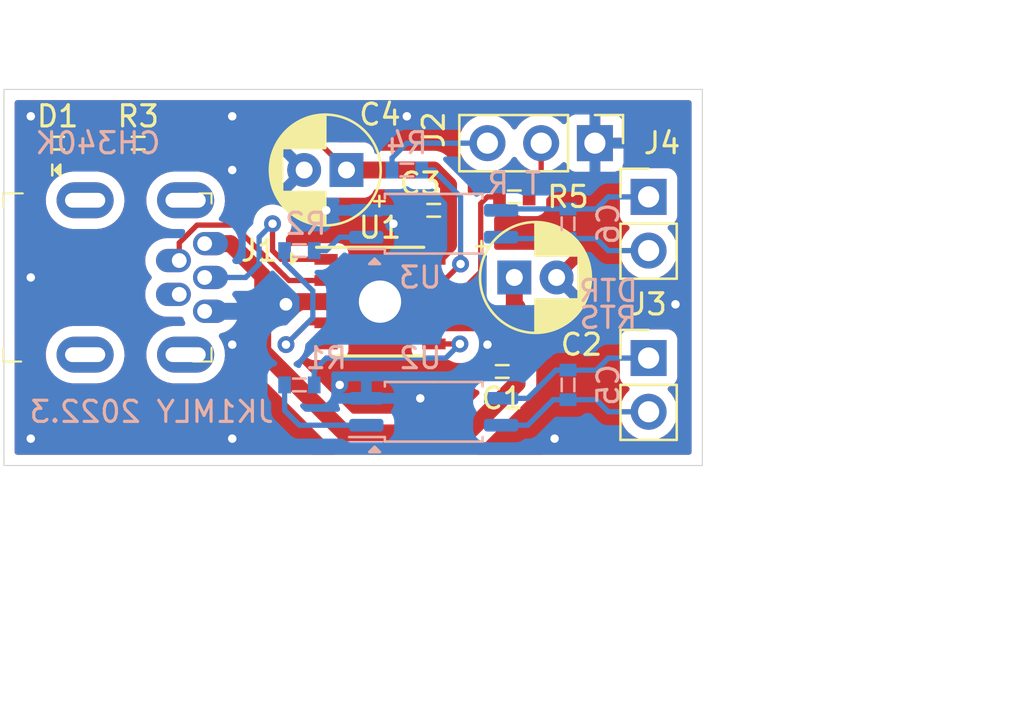
<source format=kicad_pcb>
(kicad_pcb (version 20211014) (generator pcbnew)
  (layers (0 "F.Cu" signal) (31 "B.Cu" signal) (34 "B.Paste" user) (35 "F.Paste" user) (36 "B.SilkS" user "B.Silkscreen") (37 "F.SilkS" user "F.Silkscreen") (38 "B.Mask" user) (39 "F.Mask" user) (44 "Edge.Cuts" user))
  (net 0 "")
  (net 1 "GND")
  (net 2 "Net-(D1-Pad2)")
  (net 4 "Net-(J1-Pad2)")
  (net 5 "Net-(J1-Pad3)")
  (net 6 "Net-(U1-Pad4)")
  (net 8 "Net-(J1-Pad1)")
  (net 9 "Net-(C3-Pad1)")
  (net 10 "Net-(C5-Pad1)")
  (net 11 "Net-(C5-Pad2)")
  (net 12 "Net-(C6-Pad1)")
  (net 13 "Net-(C6-Pad2)")
  (net 14 "Net-(U1-Pad6)")
  (net 15 "Net-(R1-Pad2)")
  (net 16 "Net-(R2-Pad2)")
  (net 17 "Net-(U1-Pad9)")
  (net 18 "Net-(U1-Pad8)")
  (net 19 "Net-(R5-Pad2)")
  (net 20 "Net-(R4-Pad2)")
  (footprint "UserLib:0603" (layer "F.Cu") (at 116.84 68.58)
    (fp_text reference "D1" (at 0 -1.27) (layer "F.SilkS"))
    (fp_text value "LED")
    (fp_line (start -0.3 0.3) (end 0.3 0.3) (layer "F.SilkS") (width 0.12))
    (fp_line (start -0.3 -0.3) (end 0.3 -0.3) (layer "F.SilkS") (width 0.12))
    (pad "1" smd rect (at -0.7 0) (size 0.6 0.8) (layers "F.Cu" "F.Paste" "F.Mask") (net 1 "GND"))
    (pad "2" smd rect (at 0.7 0) (size 0.6 0.8) (layers "F.Cu" "F.Paste" "F.Mask") (net 2 "Net-(D1-Pad2)"))
  )
  (footprint "digikey-footprints:USB_Mini_B_Female_aki" (layer "F.Cu") (at 123.19 74.93)
    (fp_text reference "J1" (at 3.175 -1.27) (layer "F.SilkS"))
    (fp_text value "USB_B_Mini")
    (fp_line (start 0.35 -3.975) (end 0.925 -3.975) (layer "F.SilkS") (width 0.1))
    (fp_line (start -8.075 3.975) (end -8.925 3.975) (layer "F.SilkS") (width 0.1))
    (fp_line (start 0.925 3.975) (end 0.9 3.975) (layer "F.SilkS") (width 0.1))
    (fp_line (start 0.05 3.975) (end 0.9 3.975) (layer "F.SilkS") (width 0.1))
    (fp_line (start 0.925 3.325) (end 0.925 3.975) (layer "F.SilkS") (width 0.1))
    (fp_line (start -8.925 -3.975) (end -8.925 -3.35) (layer "F.SilkS") (width 0.1))
    (fp_line (start -8 -3.975) (end -8.925 -3.975) (layer "F.SilkS") (width 0.1))
    (fp_line (start 0.925 -3.975) (end 0.925 -3.5) (layer "F.SilkS") (width 0.1))
    (fp_line (start -8.925 3.975) (end -8.925 3.35) (layer "F.SilkS") (width 0.1))
    (pad "1" thru_hole oval locked (at 0.6 -1.6) (size 1.65 1.1) (drill 0.7 (offset 0.275 0)) (layers *.Cu *.Mask) (net 8 "Net-(J1-Pad1)"))
    (pad "2" thru_hole oval locked (at -0.6 -0.8) (size 1.65 1.1) (drill 0.7 (offset -0.275 0)) (layers *.Cu *.Mask) (net 4 "Net-(J1-Pad2)"))
    (pad "3" thru_hole oval locked (at 0.6 0) (size 1.65 1.1) (drill 0.7 (offset 0.275 0)) (layers *.Cu *.Mask) (net 5 "Net-(J1-Pad3)"))
    (pad "4" thru_hole oval locked (at -0.6 0.8) (size 1.65 1.1) (drill 0.7 (offset -0.275 0)) (layers *.Cu *.Mask))
    (pad "5" thru_hole oval locked (at 0.6 1.6) (size 1.65 1.1) (drill 0.7 (offset 0.275 0)) (layers *.Cu *.Mask) (net 1 "GND"))
    (pad "SH" thru_hole oval locked (at -5.05 3.65) (size 2.7 1.7) (drill oval 1.9 0.7) (layers *.Cu *.Mask))
    (pad "SH" thru_hole oval locked (at -5.05 -3.65) (size 2.7 1.7) (drill oval 1.9 0.7) (layers *.Cu *.Mask))
    (pad "SH" thru_hole oval locked (at -0.3 3.65) (size 2.7 1.7) (drill oval 1.9 0.7) (layers *.Cu *.Mask))
    (pad "SH" thru_hole oval locked (at -0.3 -3.65) (size 2.7 1.7) (drill oval 1.9 0.7) (layers *.Cu *.Mask))
  )
  (footprint "UserLib:0603" (layer "F.Cu") (at 120.65 68.58 180)
    (fp_text reference "R3" (at 0 1.27 180) (layer "F.SilkS"))
    (fp_text value "1k")
    (fp_line (start -0.3 -0.3) (end 0.3 -0.3) (layer "F.SilkS") (width 0.12))
    (fp_line (start -0.3 0.3) (end 0.3 0.3) (layer "F.SilkS") (width 0.12))
    (pad "1" smd rect (at -0.7 0 180) (size 0.6 0.8) (layers "F.Cu" "F.Paste" "F.Mask") (net 9 "Net-(C3-Pad1)"))
    (pad "2" smd rect (at 0.7 0 180) (size 0.6 0.8) (layers "F.Cu" "F.Paste" "F.Mask") (net 2 "Net-(D1-Pad2)"))
  )
  (footprint "Package_SO:SSOP-10_3.9x4.9mm_P1.00mm" (layer "F.Cu") (at 132.08 76.073)
    (fp_text reference "U1" (at 0 -3.5) (layer "F.SilkS"))
    (fp_text value "CH340K")
    (fp_line (start -2.07 2.57) (end 2.07 2.57) (layer "F.SilkS") (width 0.15))
    (fp_line (start -3 -2.57) (end 2.07 -2.57) (layer "F.SilkS") (width 0.15))
    (pad "1" smd rect locked (at -2.55 -2) (size 1.1 0.51) (layers "F.Cu" "F.Paste" "F.Mask") (net 5 "Net-(J1-Pad3)"))
    (pad "2" smd rect locked (at -2.55 -1) (size 1.1 0.51) (layers "F.Cu" "F.Paste" "F.Mask") (net 4 "Net-(J1-Pad2)"))
    (pad "3" smd rect locked (at -2.55 0) (size 1.1 0.51) (layers "F.Cu" "F.Paste" "F.Mask") (net 1 "GND"))
    (pad "4" smd rect locked (at -2.55 1) (size 1.1 0.51) (layers "F.Cu" "F.Paste" "F.Mask") (net 6 "Net-(U1-Pad4)"))
    (pad "5" smd rect locked (at -2.55 2) (size 1.1 0.51) (layers "F.Cu" "F.Paste" "F.Mask"))
    (pad "6" smd rect locked (at 2.55 2) (size 1.1 0.51) (layers "F.Cu" "F.Paste" "F.Mask") (net 14 "Net-(U1-Pad6)"))
    (pad "7" smd rect locked (at 2.55 1) (size 1.1 0.51) (layers "F.Cu" "F.Paste" "F.Mask") (net 8 "Net-(J1-Pad1)"))
    (pad "8" smd rect locked (at 2.55 0) (size 1.1 0.51) (layers "F.Cu" "F.Paste" "F.Mask") (net 18 "Net-(U1-Pad8)"))
    (pad "9" smd rect locked (at 2.55 -1) (size 1.1 0.51) (layers "F.Cu" "F.Paste" "F.Mask") (net 17 "Net-(U1-Pad9)"))
    (pad "10" smd rect locked (at 2.55 -2) (size 1.1 0.51) (layers "F.Cu" "F.Paste" "F.Mask") (net 9 "Net-(C3-Pad1)"))
  )
  (footprint "UserLib:0603" (layer "F.Cu") (at 137.86 79.375 180)
    (property "Reference" "C1")
    (property "Value" "0.1u")
    (fp_text reference "C1" (at 0 -1.27) (layer "F.SilkS"))
    (fp_text value "0.1u")
    (fp_line (start -0.3 -0.3) (end 0.3 -0.3) (layer "F.SilkS") (width 0.12))
    (fp_line (start -0.3 0.3) (end 0.3 0.3) (layer "F.SilkS") (width 0.12))
    (pad "1" smd rect (at -0.7 0 180) (size 0.6 0.8) (layers "F.Cu" "F.Paste" "F.Mask") (net 8 "Net-(J1-Pad1)"))
    (pad "2" smd rect (at 0.7 0 180) (size 0.6 0.8) (layers "F.Cu" "F.Paste" "F.Mask") (net 1 "GND"))
  )
  (footprint "Capacitor_THT:CP_Radial_D5.0mm_P2.00mm" (layer "F.Cu") (at 138.43 74.93)
    (property "Reference" "C2")
    (property "Value" "10u")
    (fp_text reference "C2" (at 3.175 3.175) (layer "F.SilkS"))
    (fp_text value "10u")
    (fp_line (start 2.081 1.04) (end 2.081 2.348) (layer "F.SilkS") (width 0.12))
    (fp_line (start 2.481 1.04) (end 2.481 2.122) (layer "F.SilkS") (width 0.12))
    (fp_line (start 1.881 1.04) (end 1.881 2.428) (layer "F.SilkS") (width 0.12))
    (fp_line (start 1.761 1.04) (end 1.761 2.468) (layer "F.SilkS") (width 0.12))
    (fp_line (start 2.321 1.04) (end 2.321 2.224) (layer "F.SilkS") (width 0.12))
    (fp_line (start 2.161 1.04) (end 2.161 2.31) (layer "F.SilkS") (width 0.12))
    (fp_line (start 2.721 -1.937) (end 2.721 -1.04) (layer "F.SilkS") (width 0.12))
    (fp_line (start 1.48 -2.536) (end 1.48 -1.04) (layer "F.SilkS") (width 0.12))
    (fp_line (start 2.681 -1.971) (end 2.681 -1.04) (layer "F.SilkS") (width 0.12))
    (fp_line (start 2.521 -2.095) (end 2.521 -1.04) (layer "F.SilkS") (width 0.12))
    (fp_line (start 1.921 1.04) (end 1.921 2.414) (layer "F.SilkS") (width 0.12))
    (fp_line (start 1.44 -2.543) (end 1.44 -1.04) (layer "F.SilkS") (width 0.12))
    (fp_line (start 1 1.04) (end 1 2.58) (layer "F.SilkS") (width 0.12))
    (fp_line (start 1.961 1.04) (end 1.961 2.398) (layer "F.SilkS") (width 0.12))
    (fp_line (start 1.801 -2.455) (end 1.801 -1.04) (layer "F.SilkS") (width 0.12))
    (fp_line (start 2.281 -2.247) (end 2.281 -1.04) (layer "F.SilkS") (width 0.12))
    (fp_line (start 2.441 -2.149) (end 2.441 -1.04) (layer "F.SilkS") (width 0.12))
    (fp_line (start 2.361 1.04) (end 2.361 2.2) (layer "F.SilkS") (width 0.12))
    (fp_line (start 2.561 1.04) (end 2.561 2.065) (layer "F.SilkS") (width 0.12))
    (fp_line (start 2.001 -2.382) (end 2.001 -1.04) (layer "F.SilkS") (width 0.12))
    (fp_line (start 2.881 1.04) (end 2.881 1.785) (layer "F.SilkS") (width 0.12))
    (fp_line (start 1.36 -2.556) (end 1.36 -1.04) (layer "F.SilkS") (width 0.12))
    (fp_line (start 2.281 1.04) (end 2.281 2.247) (layer "F.SilkS") (width 0.12))
    (fp_line (start 2.241 -2.268) (end 2.241 -1.04) (layer "F.SilkS") (width 0.12))
    (fp_line (start 1.36 1.04) (end 1.36 2.556) (layer "F.SilkS") (width 0.12))
    (fp_line (start 1.721 1.04) (end 1.721 2.48) (layer "F.SilkS") (width 0.12))
    (fp_line (start 1.2 1.04) (end 1.2 2.573) (layer "F.SilkS") (width 0.12))
    (fp_line (start 2.641 -2.004) (end 2.641 -1.04) (layer "F.SilkS") (width 0.12))
    (fp_line (start 2.161 -2.31) (end 2.161 -1.04) (layer "F.SilkS") (width 0.12))
    (fp_line (start 3.241 -1.319) (end 3.241 1.319) (layer "F.SilkS") (width 0.12))
    (fp_line (start 1.4 -2.55) (end 1.4 -1.04) (layer "F.SilkS") (width 0.12))
    (fp_line (start 1 -2.58) (end 1 -1.04) (layer "F.SilkS") (width 0.12))
    (fp_line (start 3.041 -1.605) (end 3.041 1.605) (layer "F.SilkS") (width 0.12))
    (fp_line (start 2.441 1.04) (end 2.441 2.149) (layer "F.SilkS") (width 0.12))
    (fp_line (start -1.804775 -1.475) (end -1.304775 -1.475) (layer "F.SilkS") (width 0.12))
    (fp_line (start 3.081 -1.554) (end 3.081 1.554) (layer "F.SilkS") (width 0.12))
    (fp_line (start 1.16 -2.576) (end 1.16 -1.04) (layer "F.SilkS") (width 0.12))
    (fp_line (start 2.201 -2.29) (end 2.201 -1.04) (layer "F.SilkS") (width 0.12))
    (fp_line (start 3.001 1.04) (end 3.001 1.653) (layer "F.SilkS") (width 0.12))
    (fp_line (start 2.761 -1.901) (end 2.761 -1.04) (layer "F.SilkS") (width 0.12))
    (fp_line (start 2.481 -2.122) (end 2.481 -1.04) (layer "F.SilkS") (width 0.12))
    (fp_line (start 1.961 -2.398) (end 1.961 -1.04) (layer "F.SilkS") (width 0.12))
    (fp_line (start 1.6 1.04) (end 1.6 2.511) (layer "F.SilkS") (width 0.12))
    (fp_line (start 1.48 1.04) (end 1.48 2.536) (layer "F.SilkS") (width 0.12))
    (fp_line (start 1.6 -2.511) (end 1.6 -1.04) (layer "F.SilkS") (width 0.12))
    (fp_line (start 2.041 -2.365) (end 2.041 -1.04) (layer "F.SilkS") (width 0.12))
    (fp_line (start 2.001 1.04) (end 2.001 2.382) (layer "F.SilkS") (width 0.12))
    (fp_line (start 1.68 1.04) (end 1.68 2.491) (layer "F.SilkS") (width 0.12))
    (fp_line (start 3.361 -1.098) (end 3.361 1.098) (layer "F.SilkS") (width 0.12))
    (fp_line (start -1.554775 -1.725) (end -1.554775 -1.225) (layer "F.SilkS") (width 0.12))
    (fp_line (start 1.24 -2.569) (end 1.24 -1.04) (layer "F.SilkS") (width 0.12))
    (fp_line (start 3.401 -1.011) (end 3.401 1.011) (layer "F.SilkS") (width 0.12))
    (fp_line (start 1.801 1.04) (end 1.801 2.455) (layer "F.SilkS") (width 0.12))
    (fp_line (start 1.44 1.04) (end 1.44 2.543) (layer "F.SilkS") (width 0.12))
    (fp_line (start 3.121 -1.5) (end 3.121 1.5) (layer "F.SilkS") (width 0.12))
    (fp_line (start 1.841 1.04) (end 1.841 2.442) (layer "F.SilkS") (width 0.12))
    (fp_line (start 1.721 -2.48) (end 1.721 -1.04) (layer "F.SilkS") (width 0.12))
    (fp_line (start 2.241 1.04) (end 2.241 2.268) (layer "F.SilkS") (width 0.12))
    (fp_line (start 1.64 -2.501) (end 1.64 -1.04) (layer "F.SilkS") (width 0.12))
    (fp_line (start 3.601 -0.284) (end 3.601 0.284) (layer "F.SilkS") (width 0.12))
    (fp_line (start 2.921 1.04) (end 2.921 1.743) (layer "F.SilkS") (width 0.12))
    (fp_line (start 3.161 -1.443) (end 3.161 1.443) (layer "F.SilkS") (width 0.12))
    (fp_line (start 2.721 1.04) (end 2.721 1.937) (layer "F.SilkS") (width 0.12))
    (fp_line (start 1.2 -2.573) (end 1.2 -1.04) (layer "F.SilkS") (width 0.12))
    (fp_line (start 2.841 -1.826) (end 2.841 -1.04) (layer "F.SilkS") (width 0.12))
    (fp_line (start 3.321 -1.178) (end 3.321 1.178) (layer "F.SilkS") (width 0.12))
    (fp_line (start 3.521 -0.677) (end 3.521 0.677) (layer "F.SilkS") (width 0.12))
    (fp_line (start 1.64 1.04) (end 1.64 2.501) (layer "F.SilkS") (width 0.12))
    (fp_line (start 1.921 -2.414) (end 1.921 -1.04) (layer "F.SilkS") (width 0.12))
    (fp_line (start 1.28 -2.565) (end 1.28 -1.04) (layer "F.SilkS") (width 0.12))
    (fp_line (start 1.4 1.04) (end 1.4 2.55) (layer "F.SilkS") (width 0.12))
    (fp_line (start 2.081 -2.348) (end 2.081 -1.04) (layer "F.SilkS") (width 0.12))
    (fp_line (start 2.401 -2.175) (end 2.401 -1.04) (layer "F.SilkS") (width 0.12))
    (fp_line (start 1.04 -2.58) (end 1.04 -1.04) (layer "F.SilkS") (width 0.12))
    (fp_line (start 3.481 -0.805) (end 3.481 0.805) (layer "F.SilkS") (width 0.12))
    (fp_line (start 1.08 1.04) (end 1.08 2.579) (layer "F.SilkS") (width 0.12))
    (fp_line (start 1.16 1.04) (end 1.16 2.576) (layer "F.SilkS") (width 0.12))
    (fp_line (start 2.921 -1.743) (end 2.921 -1.04) (layer "F.SilkS") (width 0.12))
    (fp_line (start 1.32 1.04) (end 1.32 2.561) (layer "F.SilkS") (width 0.12))
    (fp_line (start 1.881 -2.428) (end 1.881 -1.04) (layer "F.SilkS") (width 0.12))
    (fp_line (start 1.12 1.04) (end 1.12 2.578) (layer "F.SilkS") (width 0.12))
    (fp_line (start 2.761 1.04) (end 2.761 1.901) (layer "F.SilkS") (width 0.12))
    (fp_line (start 1.56 1.04) (end 1.56 2.52) (layer "F.SilkS") (width 0.12))
    (fp_line (start 2.641 1.04) (end 2.641 2.004) (layer "F.SilkS") (width 0.12))
    (fp_line (start 2.961 1.04) (end 2.961 1.699) (layer "F.SilkS") (width 0.12))
    (fp_line (start 2.881 -1.785) (end 2.881 -1.04) (layer "F.SilkS") (width 0.12))
    (fp_line (start 2.121 1.04) (end 2.121 2.329) (layer "F.SilkS") (width 0.12))
    (fp_line (start 2.961 -1.699) (end 2.961 -1.04) (layer "F.SilkS") (width 0.12))
    (fp_line (start 2.401 1.04) (end 2.401 2.175) (layer "F.SilkS") (width 0.12))
    (fp_line (start 1.04 1.04) (end 1.04 2.58) (layer "F.SilkS") (width 0.12))
    (fp_line (start 2.601 -2.035) (end 2.601 -1.04) (layer "F.SilkS") (width 0.12))
    (fp_line (start 2.561 -2.065) (end 2.561 -1.04) (layer "F.SilkS") (width 0.12))
    (fp_line (start 1.08 -2.579) (end 1.08 -1.04) (layer "F.SilkS") (width 0.12))
    (fp_line (start 2.521 1.04) (end 2.521 2.095) (layer "F.SilkS") (width 0.12))
    (fp_line (start 1.52 1.04) (end 1.52 2.528) (layer "F.SilkS") (width 0.12))
    (fp_line (start 1.52 -2.528) (end 1.52 -1.04) (layer "F.SilkS") (width 0.12))
    (fp_line (start 2.601 1.04) (end 2.601 2.035) (layer "F.SilkS") (width 0.12))
    (fp_line (start 1.12 -2.578) (end 1.12 -1.04) (layer "F.SilkS") (width 0.12))
    (fp_line (start 1.24 1.04) (end 1.24 2.569) (layer "F.SilkS") (width 0.12))
    (fp_line (start 1.68 -2.491) (end 1.68 -1.04) (layer "F.SilkS") (width 0.12))
    (fp_line (start 3.561 -0.518) (end 3.561 0.518) (layer "F.SilkS") (width 0.12))
    (fp_line (start 3.281 -1.251) (end 3.281 1.251) (layer "F.SilkS") (width 0.12))
    (fp_line (start 2.121 -2.329) (end 2.121 -1.04) (layer "F.SilkS") (width 0.12))
    (fp_line (start 3.001 -1.653) (end 3.001 -1.04) (layer "F.SilkS") (width 0.12))
    (fp_line (start 2.041 1.04) (end 2.041 2.365) (layer "F.SilkS") (width 0.12))
    (fp_line (start 2.801 1.04) (end 2.801 1.864) (layer "F.SilkS") (width 0.12))
    (fp_line (start 2.201 1.04) (end 2.201 2.29) (layer "F.SilkS") (width 0.12))
    (fp_line (start 1.32 -2.561) (end 1.32 -1.04) (layer "F.SilkS") (width 0.12))
    (fp_line (start 1.761 -2.468) (end 1.761 -1.04) (layer "F.SilkS") (width 0.12))
    (fp_line (start 3.201 -1.383) (end 3.201 1.383) (layer "F.SilkS") (width 0.12))
    (fp_line (start 1.841 -2.442) (end 1.841 -1.04) (layer "F.SilkS") (width 0.12))
    (fp_line (start 2.801 -1.864) (end 2.801 -1.04) (layer "F.SilkS") (width 0.12))
    (fp_line (start 2.321 -2.224) (end 2.321 -1.04) (layer "F.SilkS") (width 0.12))
    (fp_line (start 1.56 -2.52) (end 1.56 -1.04) (layer "F.SilkS") (width 0.12))
    (fp_line (start 3.441 -0.915) (end 3.441 0.915) (layer "F.SilkS") (width 0.12))
    (fp_line (start 1.28 1.04) (end 1.28 2.565) (layer "F.SilkS") (width 0.12))
    (fp_line (start 2.841 1.04) (end 2.841 1.826) (layer "F.SilkS") (width 0.12))
    (fp_line (start 2.681 1.04) (end 2.681 1.971) (layer "F.SilkS") (width 0.12))
    (fp_line (start 2.361 -2.2) (end 2.361 -1.04) (layer "F.SilkS") (width 0.12))
    (fp_circle (center 1 0) (end 3.62 0) (layer "F.SilkS") (width 0.12) (fill none))
    (pad "1" thru_hole rect (at 0 0) (size 1.6 1.6) (drill 0.8) (layers *.Cu *.Mask) (net 8 "Net-(J1-Pad1)"))
    (pad "2" thru_hole circle (at 2 0) (size 1.6 1.6) (drill 0.8) (layers *.Cu *.Mask) (net 1 "GND"))
  )
  (footprint "Capacitor_THT:CP_Radial_D5.0mm_P2.00mm" (layer "F.Cu") (at 130.495113 69.85 180)
    (fp_text reference "C4" (at -1.584887 2.62) (layer "F.SilkS"))
    (fp_text value "10u")
    (fp_line (start 3.561 -0.518) (end 3.561 0.518) (layer "F.SilkS") (width 0.12))
    (fp_line (start 2.201 1.04) (end 2.201 2.29) (layer "F.SilkS") (width 0.12))
    (fp_line (start 1.2 1.04) (end 1.2 2.573) (layer "F.SilkS") (width 0.12))
    (fp_line (start 3.081 -1.554) (end 3.081 1.554) (layer "F.SilkS") (width 0.12))
    (fp_line (start 2.841 -1.826) (end 2.841 -1.04) (layer "F.SilkS") (width 0.12))
    (fp_line (start 2.521 1.04) (end 2.521 2.095) (layer "F.SilkS") (width 0.12))
    (fp_line (start 3.001 1.04) (end 3.001 1.653) (layer "F.SilkS") (width 0.12))
    (fp_line (start 1.841 1.04) (end 1.841 2.442) (layer "F.SilkS") (width 0.12))
    (fp_line (start 2.961 -1.699) (end 2.961 -1.04) (layer "F.SilkS") (width 0.12))
    (fp_line (start 1.04 -2.58) (end 1.04 -1.04) (layer "F.SilkS") (width 0.12))
    (fp_line (start 2.361 -2.2) (end 2.361 -1.04) (layer "F.SilkS") (width 0.12))
    (fp_line (start 1.2 -2.573) (end 1.2 -1.04) (layer "F.SilkS") (width 0.12))
    (fp_line (start 2.841 1.04) (end 2.841 1.826) (layer "F.SilkS") (width 0.12))
    (fp_line (start 1.52 -2.528) (end 1.52 -1.04) (layer "F.SilkS") (width 0.12))
    (fp_line (start 1.52 1.04) (end 1.52 2.528) (layer "F.SilkS") (width 0.12))
    (fp_line (start 2.601 1.04) (end 2.601 2.035) (layer "F.SilkS") (width 0.12))
    (fp_line (start 1.16 1.04) (end 1.16 2.576) (layer "F.SilkS") (width 0.12))
    (fp_line (start 1.24 -2.569) (end 1.24 -1.04) (layer "F.SilkS") (width 0.12))
    (fp_line (start 2.121 1.04) (end 2.121 2.329) (layer "F.SilkS") (width 0.12))
    (fp_line (start 3.121 -1.5) (end 3.121 1.5) (layer "F.SilkS") (width 0.12))
    (fp_line (start 3.161 -1.443) (end 3.161 1.443) (layer "F.SilkS") (width 0.12))
    (fp_line (start 2.081 1.04) (end 2.081 2.348) (layer "F.SilkS") (width 0.12))
    (fp_line (start 2.361 1.04) (end 2.361 2.2) (layer "F.SilkS") (width 0.12))
    (fp_line (start 3.481 -0.805) (end 3.481 0.805) (layer "F.SilkS") (width 0.12))
    (fp_line (start 2.521 -2.095) (end 2.521 -1.04) (layer "F.SilkS") (width 0.12))
    (fp_line (start 1.32 1.04) (end 1.32 2.561) (layer "F.SilkS") (width 0.12))
    (fp_line (start 3.401 -1.011) (end 3.401 1.011) (layer "F.SilkS") (width 0.12))
    (fp_line (start 1.6 -2.511) (end 1.6 -1.04) (layer "F.SilkS") (width 0.12))
    (fp_line (start 1.12 -2.578) (end 1.12 -1.04) (layer "F.SilkS") (width 0.12))
    (fp_line (start 1.801 1.04) (end 1.801 2.455) (layer "F.SilkS") (width 0.12))
    (fp_line (start 1.64 -2.501) (end 1.64 -1.04) (layer "F.SilkS") (width 0.12))
    (fp_line (start 1.44 -2.543) (end 1.44 -1.04) (layer "F.SilkS") (width 0.12))
    (fp_line (start 3.441 -0.915) (end 3.441 0.915) (layer "F.SilkS") (width 0.12))
    (fp_line (start 1.36 1.04) (end 1.36 2.556) (layer "F.SilkS") (width 0.12))
    (fp_line (start 2.241 -2.268) (end 2.241 -1.04) (layer "F.SilkS") (width 0.12))
    (fp_line (start 2.081 -2.348) (end 2.081 -1.04) (layer "F.SilkS") (width 0.12))
    (fp_line (start 1.44 1.04) (end 1.44 2.543) (layer "F.SilkS") (width 0.12))
    (fp_line (start 1.36 -2.556) (end 1.36 -1.04) (layer "F.SilkS") (width 0.12))
    (fp_line (start 3.361 -1.098) (end 3.361 1.098) (layer "F.SilkS") (width 0.12))
    (fp_line (start 1.921 1.04) (end 1.921 2.414) (layer "F.SilkS") (width 0.12))
    (fp_line (start 2.801 -1.864) (end 2.801 -1.04) (layer "F.SilkS") (width 0.12))
    (fp_line (start 2.041 -2.365) (end 2.041 -1.04) (layer "F.SilkS") (width 0.12))
    (fp_line (start 2.201 -2.29) (end 2.201 -1.04) (layer "F.SilkS") (width 0.12))
    (fp_line (start 1 1.04) (end 1 2.58) (layer "F.SilkS") (width 0.12))
    (fp_line (start 1.841 -2.442) (end 1.841 -1.04) (layer "F.SilkS") (width 0.12))
    (fp_line (start 2.721 1.04) (end 2.721 1.937) (layer "F.SilkS") (width 0.12))
    (fp_line (start 1.16 -2.576) (end 1.16 -1.04) (layer "F.SilkS") (width 0.12))
    (fp_line (start 2.441 -2.149) (end 2.441 -1.04) (layer "F.SilkS") (width 0.12))
    (fp_line (start 2.961 1.04) (end 2.961 1.699) (layer "F.SilkS") (width 0.12))
    (fp_line (start 2.761 -1.901) (end 2.761 -1.04) (layer "F.SilkS") (width 0.12))
    (fp_line (start 3.201 -1.383) (end 3.201 1.383) (layer "F.SilkS") (width 0.12))
    (fp_line (start 1.04 1.04) (end 1.04 2.58) (layer "F.SilkS") (width 0.12))
    (fp_line (start 1.921 -2.414) (end 1.921 -1.04) (layer "F.SilkS") (width 0.12))
    (fp_line (start 3.321 -1.178) (end 3.321 1.178) (layer "F.SilkS") (width 0.12))
    (fp_line (start 3.601 -0.284) (end 3.601 0.284) (layer "F.SilkS") (width 0.12))
    (fp_line (start 1.32 -2.561) (end 1.32 -1.04) (layer "F.SilkS") (width 0.12))
    (fp_line (start 3.281 -1.251) (end 3.281 1.251) (layer "F.SilkS") (width 0.12))
    (fp_line (start 1.761 1.04) (end 1.761 2.468) (layer "F.SilkS") (width 0.12))
    (fp_line (start 1.12 1.04) (end 1.12 2.578) (layer "F.SilkS") (width 0.12))
    (fp_line (start 2.761 1.04) (end 2.761 1.901) (layer "F.SilkS") (width 0.12))
    (fp_line (start 2.321 1.04) (end 2.321 2.224) (layer "F.SilkS") (width 0.12))
    (fp_line (start 1.801 -2.455) (end 1.801 -1.04) (layer "F.SilkS") (width 0.12))
    (fp_line (start 2.441 1.04) (end 2.441 2.149) (layer "F.SilkS") (width 0.12))
    (fp_line (start 1.64 1.04) (end 1.64 2.501) (layer "F.SilkS") (width 0.12))
    (fp_line (start 2.801 1.04) (end 2.801 1.864) (layer "F.SilkS") (width 0.12))
    (fp_line (start 1.28 1.04) (end 1.28 2.565) (layer "F.SilkS") (width 0.12))
    (fp_line (start 2.401 1.04) (end 2.401 2.175) (layer "F.SilkS") (width 0.12))
    (fp_line (start 2.321 -2.224) (end 2.321 -1.04) (layer "F.SilkS") (width 0.12))
    (fp_line (start 1.56 1.04) (end 1.56 2.52) (layer "F.SilkS") (width 0.12))
    (fp_line (start 1.721 -2.48) (end 1.721 -1.04) (layer "F.SilkS") (width 0.12))
    (fp_line (start 2.001 -2.382) (end 2.001 -1.04) (layer "F.SilkS") (width 0.12))
    (fp_line (start 2.121 -2.329) (end 2.121 -1.04) (layer "F.SilkS") (width 0.12))
    (fp_line (start 2.281 1.04) (end 2.281 2.247) (layer "F.SilkS") (width 0.12))
    (fp_line (start 1.4 -2.55) (end 1.4 -1.04) (layer "F.SilkS") (width 0.12))
    (fp_line (start 2.641 -2.004) (end 2.641 -1.04) (layer "F.SilkS") (width 0.12))
    (fp_line (start 3.041 -1.605) (end 3.041 1.605) (layer "F.SilkS") (width 0.12))
    (fp_line (start 1.881 1.04) (end 1.881 2.428) (layer "F.SilkS") (width 0.12))
    (fp_line (start 1.28 -2.565) (end 1.28 -1.04) (layer "F.SilkS") (width 0.12))
    (fp_line (start 2.281 -2.247) (end 2.281 -1.04) (layer "F.SilkS") (width 0.12))
    (fp_line (start 1.48 -2.536) (end 1.48 -1.04) (layer "F.SilkS") (width 0.12))
    (fp_line (start 2.561 -2.065) (end 2.561 -1.04) (layer "F.SilkS") (width 0.12))
    (fp_line (start 2.681 1.04) (end 2.681 1.971) (layer "F.SilkS") (width 0.12))
    (fp_line (start 2.401 -2.175) (end 2.401 -1.04) (layer "F.SilkS") (width 0.12))
    (fp_line (start 2.161 -2.31) (end 2.161 -1.04) (layer "F.SilkS") (width 0.12))
    (fp_line (start 2.561 1.04) (end 2.561 2.065) (layer "F.SilkS") (width 0.12))
    (fp_line (start -1.804775 -1.475) (end -1.304775 -1.475) (layer "F.SilkS") (width 0.12))
    (fp_line (start 2.601 -2.035) (end 2.601 -1.04) (layer "F.SilkS") (width 0.12))
    (fp_line (start 1.68 -2.491) (end 1.68 -1.04) (layer "F.SilkS") (width 0.12))
    (fp_line (start 2.481 -2.122) (end 2.481 -1.04) (layer "F.SilkS") (width 0.12))
    (fp_line (start -1.554775 -1.725) (end -1.554775 -1.225) (layer "F.SilkS") (width 0.12))
    (fp_line (start 1.08 -2.579) (end 1.08 -1.04) (layer "F.SilkS") (width 0.12))
    (fp_line (start 2.241 1.04) (end 2.241 2.268) (layer "F.SilkS") (width 0.12))
    (fp_line (start 1.56 -2.52) (end 1.56 -1.04) (layer "F.SilkS") (width 0.12))
    (fp_line (start 2.641 1.04) (end 2.641 2.004) (layer "F.SilkS") (width 0.12))
    (fp_line (start 1.961 -2.398) (end 1.961 -1.04) (layer "F.SilkS") (width 0.12))
    (fp_line (start 1.961 1.04) (end 1.961 2.398) (layer "F.SilkS") (width 0.12))
    (fp_line (start 2.681 -1.971) (end 2.681 -1.04) (layer "F.SilkS") (width 0.12))
    (fp_line (start 1.721 1.04) (end 1.721 2.48) (layer "F.SilkS") (width 0.12))
    (fp_line (start 1.08 1.04) (end 1.08 2.579) (layer "F.SilkS") (width 0.12))
    (fp_line (start 2.001 1.04) (end 2.001 2.382) (layer "F.SilkS") (width 0.12))
    (fp_line (start 2.881 1.04) (end 2.881 1.785) (layer "F.SilkS") (width 0.12))
    (fp_line (start 1.68 1.04) (end 1.68 2.491) (layer "F.SilkS") (width 0.12))
    (fp_line (start 2.921 1.04) (end 2.921 1.743) (layer "F.SilkS") (width 0.12))
    (fp_line (start 1.4 1.04) (end 1.4 2.55) (layer "F.SilkS") (width 0.12))
    (fp_line (start 3.521 -0.677) (end 3.521 0.677) (layer "F.SilkS") (width 0.12))
    (fp_line (start 3.001 -1.653) (end 3.001 -1.04) (layer "F.SilkS") (width 0.12))
    (fp_line (start 2.481 1.04) (end 2.481 2.122) (layer "F.SilkS") (width 0.12))
    (fp_line (start 1.761 -2.468) (end 1.761 -1.04) (layer "F.SilkS") (width 0.12))
    (fp_line (start 2.881 -1.785) (end 2.881 -1.04) (layer "F.SilkS") (width 0.12))
    (fp_line (start 2.161 1.04) (end 2.161 2.31) (layer "F.SilkS") (width 0.12))
    (fp_line (start 1.6 1.04) (end 1.6 2.511) (layer "F.SilkS") (width 0.12))
    (fp_line (start 2.921 -1.743) (end 2.921 -1.04) (layer "F.SilkS") (width 0.12))
    (fp_line (start 2.721 -1.937) (end 2.721 -1.04) (layer "F.SilkS") (width 0.12))
    (fp_line (start 1.48 1.04) (end 1.48 2.536) (layer "F.SilkS") (width 0.12))
    (fp_line (start 1.24 1.04) (end 1.24 2.569) (layer "F.SilkS") (width 0.12))
    (fp_line (start 1 -2.58) (end 1 -1.04) (layer "F.SilkS") (width 0.12))
    (fp_line (start 1.881 -2.428) (end 1.881 -1.04) (layer "F.SilkS") (width 0.12))
    (fp_line (start 2.041 1.04) (end 2.041 2.365) (layer "F.SilkS") (width 0.12))
    (fp_line (start 3.241 -1.319) (end 3.241 1.319) (layer "F.SilkS") (width 0.12))
    (fp_circle (center 1 0) (end 3.62 0) (layer "F.SilkS") (width 0.12) (fill none))
    (pad "1" thru_hole rect (at 0 0 180) (size 1.6 1.6) (drill 0.8) (layers *.Cu *.Mask) (net 9 "Net-(C3-Pad1)"))
    (pad "2" thru_hole circle (at 2 0 180) (size 1.6 1.6) (drill 0.8) (layers *.Cu *.Mask) (net 1 "GND"))
  )
  (footprint "UserLib:0603" (layer "F.Cu") (at 134.62 71.755 180)
    (fp_text reference "C3" (at 0.635 1.27) (layer "F.SilkS"))
    (fp_text value "0.1u")
    (fp_line (start -0.3 -0.3) (end 0.3 -0.3) (layer "F.SilkS") (width 0.12))
    (fp_line (start -0.3 0.3) (end 0.3 0.3) (layer "F.SilkS") (width 0.12))
    (pad "1" smd rect (at -0.7 0 180) (size 0.6 0.8) (layers "F.Cu" "F.Paste" "F.Mask") (net 9 "Net-(C3-Pad1)"))
    (pad "2" smd rect (at 0.7 0 180) (size 0.6 0.8) (layers "F.Cu" "F.Paste" "F.Mask") (net 1 "GND"))
  )
  (footprint "UserLib:0603" (layer "F.Cu") (at 138.43 71.12)
    (fp_text reference "R5" (at 2.54 0) (layer "F.SilkS"))
    (fp_text value "1k")
    (fp_line (start -0.3 0.3) (end 0.3 0.3) (layer "F.SilkS") (width 0.12))
    (fp_line (start -0.3 -0.3) (end 0.3 -0.3) (layer "F.SilkS") (width 0.12))
    (pad "1" smd rect (at -0.7 0) (size 0.6 0.8) (layers "F.Cu" "F.Paste" "F.Mask") (net 18 "Net-(U1-Pad8)"))
    (pad "2" smd rect (at 0.7 0) (size 0.6 0.8) (layers "F.Cu" "F.Paste" "F.Mask") (net 19 "Net-(R5-Pad2)"))
  )
  (footprint "Connector_PinHeader_2.54mm:PinHeader_1x02_P2.54mm_Vertical" (layer "F.Cu") (at 144.78 71.12)
    (fp_text reference "J4" (at 0.635 -2.54) (layer "F.SilkS"))
    (fp_text value "Conn_01x02_Male")
    (fp_line (start -1.33 1.27) (end 1.33 1.27) (layer "F.SilkS") (width 0.12))
    (fp_line (start 1.33 1.27) (end 1.33 3.87) (layer "F.SilkS") (width 0.12))
    (fp_line (start -1.33 -1.33) (end 0 -1.33) (layer "F.SilkS") (width 0.12))
    (fp_line (start -1.33 0) (end -1.33 -1.33) (layer "F.SilkS") (width 0.12))
    (fp_line (start -1.33 3.87) (end 1.33 3.87) (layer "F.SilkS") (width 0.12))
    (fp_line (start -1.33 1.27) (end -1.33 3.87) (layer "F.SilkS") (width 0.12))
    (pad "1" thru_hole rect (at 0 0) (size 1.7 1.7) (drill 1) (layers *.Cu *.Mask) (net 13 "Net-(C6-Pad2)"))
    (pad "2" thru_hole oval (at 0 2.54) (size 1.7 1.7) (drill 1) (layers *.Cu *.Mask) (net 12 "Net-(C6-Pad1)"))
  )
  (footprint "Connector_PinHeader_2.54mm:PinHeader_1x03_P2.54mm_Vertical" (layer "F.Cu") (at 142.24 68.58 -90)
    (property "Reference" "J2")
    (property "Value" "Conn_01x03_Male")
    (fp_text reference "J2" (at -0.635 7.62 90) (layer "F.SilkS"))
    (fp_text value "Conn_01x03_Male")
    (fp_line (start -1.33 6.41) (end 1.33 6.41) (layer "F.SilkS") (width 0.12))
    (fp_line (start -1.33 0) (end -1.33 -1.33) (layer "F.SilkS") (width 0.12))
    (fp_line (start -1.33 1.27) (end 1.33 1.27) (layer "F.SilkS") (width 0.12))
    (fp_line (start 1.33 1.27) (end 1.33 6.41) (layer "F.SilkS") (width 0.12))
    (fp_line (start -1.33 1.27) (end -1.33 6.41) (layer "F.SilkS") (width 0.12))
    (fp_line (start -1.33 -1.33) (end 0 -1.33) (layer "F.SilkS") (width 0.12))
    (pad "1" thru_hole rect (at 0 0 270) (size 1.7 1.7) (drill 1) (layers *.Cu *.Mask) (net 1 "GND"))
    (pad "2" thru_hole oval (at 0 2.54 270) (size 1.7 1.7) (drill 1) (layers *.Cu *.Mask) (net 19 "Net-(R5-Pad2)"))
    (pad "3" thru_hole oval (at 0 5.08 270) (size 1.7 1.7) (drill 1) (layers *.Cu *.Mask) (net 20 "Net-(R4-Pad2)"))
  )
  (footprint "Connector_PinHeader_2.54mm:PinHeader_1x02_P2.54mm_Vertical" (layer "F.Cu") (at 144.78 78.74)
    (property "Reference" "J3")
    (property "Value" "Conn_01x02_Male")
    (fp_text reference "J3" (at 0 -2.54) (layer "F.SilkS"))
    (fp_text value "Conn_01x02_Male")
    (fp_line (start 1.33 1.27) (end 1.33 3.87) (layer "F.SilkS") (width 0.12))
    (fp_line (start -1.33 1.27) (end -1.33 3.87) (layer "F.SilkS") (width 0.12))
    (fp_line (start -1.33 1.27) (end 1.33 1.27) (layer "F.SilkS") (width 0.12))
    (fp_line (start -1.33 -1.33) (end 0 -1.33) (layer "F.SilkS") (width 0.12))
    (fp_line (start -1.33 3.87) (end 1.33 3.87) (layer "F.SilkS") (width 0.12))
    (fp_line (start -1.33 0) (end -1.33 -1.33) (layer "F.SilkS") (width 0.12))
    (pad "1" thru_hole rect (at 0 0) (size 1.7 1.7) (drill 1) (layers *.Cu *.Mask) (net 11 "Net-(C5-Pad2)"))
    (pad "2" thru_hole oval (at 0 2.54) (size 1.7 1.7) (drill 1) (layers *.Cu *.Mask) (net 10 "Net-(C5-Pad1)"))
  )
  (footprint "UserLib:0603" (layer "B.Cu") (at 140.97 72.39 90)
    (property "Reference" "C1")
    (property "Value" "0.1u")
    (fp_text reference "C6" (at 0 1.905 90) (layer "B.SilkS") (effects (justify mirror)))
    (fp_text value "0.1u")
    (fp_line (start -0.3 -0.3) (end 0.3 -0.3) (layer "B.SilkS") (width 0.12))
    (fp_line (start -0.3 0.3) (end 0.3 0.3) (layer "B.SilkS") (width 0.12))
    (pad "1" smd rect (at -0.7 0 90) (size 0.6 0.8) (layers "B.Cu" "B.Paste" "B.Mask") (net 12 "Net-(C6-Pad1)"))
    (pad "2" smd rect (at 0.7 0 90) (size 0.6 0.8) (layers "B.Cu" "B.Paste" "B.Mask") (net 13 "Net-(C6-Pad2)"))
  )
  (footprint "UserLib:0603" (layer "B.Cu") (at 128.27 80.01 180)
    (fp_text reference "R1" (at -1.27 1.27) (layer "B.SilkS") (effects (justify mirror)))
    (fp_text value "1k")
    (fp_line (start -0.3 -0.3) (end 0.3 -0.3) (layer "B.SilkS") (width 0.12))
    (fp_line (start -0.3 0.3) (end 0.3 0.3) (layer "B.SilkS") (width 0.12))
    (pad "1" smd rect (at -0.7 0 180) (size 0.6 0.8) (layers "B.Cu" "B.Paste" "B.Mask") (net 14 "Net-(U1-Pad6)"))
    (pad "2" smd rect (at 0.7 0 180) (size 0.6 0.8) (layers "B.Cu" "B.Paste" "B.Mask") (net 15 "Net-(R1-Pad2)"))
  )
  (footprint "Package_SO:SOP-4_4.4x2.6mm_P1.27mm" (layer "B.Cu") (at 134.62 81.28)
    (property "Reference" "U2")
    (property "Value" "TLP290")
    (fp_text reference "U2" (at -0.635 -2.54) (layer "B.SilkS") (effects (justify mirror)))
    (fp_text value "TLP290")
    (fp_line (start 2.31 -1.41) (end 2.31 -1.195) (layer "B.SilkS") (width 0.12))
    (fp_line (start 0 1.41) (end -2.31 1.41) (layer "B.SilkS") (width 0.12))
    (fp_line (start 2.31 1.41) (end 2.31 1.195) (layer "B.SilkS") (width 0.12))
    (fp_line (start 0 -1.41) (end -2.31 -1.41) (layer "B.SilkS") (width 0.12))
    (fp_line (start -2.31 -1.41) (end -2.31 -1.195) (layer "B.SilkS") (width 0.12))
    (fp_line (start 0 -1.41) (end 2.31 -1.41) (layer "B.SilkS") (width 0.12))
    (fp_line (start -2.31 1.195) (end -4 1.195) (layer "B.SilkS") (width 0.12))
    (fp_line (start 0 1.41) (end 2.31 1.41) (layer "B.SilkS") (width 0.12))
    (fp_line (start -2.31 1.41) (end -2.31 1.195) (layer "B.SilkS") (width 0.12))
    (pad "1" smd roundrect (at -3.1875 0.635) (size 1.625 0.6) (layers "B.Cu" "B.Paste" "B.Mask") (net 15 "Net-(R1-Pad2)"))
    (pad "2" smd roundrect (at -3.1875 -0.635) (size 1.625 0.6) (layers "B.Cu" "B.Paste" "B.Mask") (net 1 "GND"))
    (pad "3" smd roundrect (at 3.1875 -0.635) (size 1.625 0.6) (layers "B.Cu" "B.Paste" "B.Mask") (net 11 "Net-(C5-Pad2)"))
    (pad "4" smd roundrect (at 3.1875 0.635) (size 1.625 0.6) (layers "B.Cu" "B.Paste" "B.Mask") (net 10 "Net-(C5-Pad1)"))
  )
  (footprint "Package_SO:SOP-4_4.4x2.6mm_P1.27mm" (layer "B.Cu") (at 134.62 72.39)
    (fp_text reference "U3" (at -0.635 2.54) (layer "B.SilkS") (effects (justify mirror)))
    (fp_text value "TLP290")
    (fp_line (start -2.31 1.41) (end -2.31 1.195) (layer "B.SilkS") (width 0.12))
    (fp_line (start 2.31 -1.41) (end 2.31 -1.195) (layer "B.SilkS") (width 0.12))
    (fp_line (start -2.31 -1.41) (end -2.31 -1.195) (layer "B.SilkS") (width 0.12))
    (fp_line (start 0 -1.41) (end -2.31 -1.41) (layer "B.SilkS") (width 0.12))
    (fp_line (start 0 -1.41) (end 2.31 -1.41) (layer "B.SilkS") (width 0.12))
    (fp_line (start 2.31 1.41) (end 2.31 1.195) (layer "B.SilkS") (width 0.12))
    (fp_line (start 0 1.41) (end -2.31 1.41) (layer "B.SilkS") (width 0.12))
    (fp_line (start 0 1.41) (end 2.31 1.41) (layer "B.SilkS") (width 0.12))
    (fp_line (start -2.31 1.195) (end -4 1.195) (layer "B.SilkS") (width 0.12))
    (pad "1" smd roundrect (at -3.1875 0.635) (size 1.625 0.6) (layers "B.Cu" "B.Paste" "B.Mask") (net 16 "Net-(R2-Pad2)"))
    (pad "2" smd roundrect (at -3.1875 -0.635) (size 1.625 0.6) (layers "B.Cu" "B.Paste" "B.Mask") (net 1 "GND"))
    (pad "3" smd roundrect (at 3.1875 -0.635) (size 1.625 0.6) (layers "B.Cu" "B.Paste" "B.Mask") (net 13 "Net-(C6-Pad2)"))
    (pad "4" smd roundrect (at 3.1875 0.635) (size 1.625 0.6) (layers "B.Cu" "B.Paste" "B.Mask") (net 12 "Net-(C6-Pad1)"))
  )
  (footprint "UserLib:0603" (layer "B.Cu") (at 133.35 69.85 180)
    (fp_text reference "R4" (at 0 1.27) (layer "B.SilkS") (effects (justify mirror)))
    (fp_text value "1k")
    (fp_line (start -0.3 -0.3) (end 0.3 -0.3) (layer "B.SilkS") (width 0.12))
    (fp_line (start -0.3 0.3) (end 0.3 0.3) (layer "B.SilkS") (width 0.12))
    (pad "1" smd rect (at -0.7 0 180) (size 0.6 0.8) (layers "B.Cu" "B.Paste" "B.Mask") (net 17 "Net-(U1-Pad9)"))
    (pad "2" smd rect (at 0.7 0 180) (size 0.6 0.8) (layers "B.Cu" "B.Paste" "B.Mask") (net 20 "Net-(R4-Pad2)"))
  )
  (footprint "UserLib:0603" (layer "B.Cu") (at 128.27 73.66)
    (fp_text reference "R2" (at 0.3 -1.27) (layer "B.SilkS") (effects (justify mirror)))
    (fp_text value "1k")
    (fp_line (start -0.3 0.3) (end 0.3 0.3) (layer "B.SilkS") (width 0.12))
    (fp_line (start -0.3 -0.3) (end 0.3 -0.3) (layer "B.SilkS") (width 0.12))
    (pad "1" smd rect (at -0.7 0) (size 0.6 0.8) (layers "B.Cu" "B.Paste" "B.Mask") (net 6 "Net-(U1-Pad4)"))
    (pad "2" smd rect (at 0.7 0) (size 0.6 0.8) (layers "B.Cu" "B.Paste" "B.Mask") (net 16 "Net-(R2-Pad2)"))
  )
  (footprint "UserLib:0603" (layer "B.Cu") (at 140.97 80.01 90)
    (property "Reference" "C1")
    (property "Value" "0.1u")
    (fp_text reference "C5" (at 0 1.905 90) (layer "B.SilkS") (effects (justify mirror)))
    (fp_text value "0.1u")
    (fp_line (start -0.3 0.3) (end 0.3 0.3) (layer "B.SilkS") (width 0.12))
    (fp_line (start -0.3 -0.3) (end 0.3 -0.3) (layer "B.SilkS") (width 0.12))
    (pad "1" smd rect (at -0.7 0 90) (size 0.6 0.8) (layers "B.Cu" "B.Paste" "B.Mask") (net 10 "Net-(C5-Pad1)"))
    (pad "2" smd rect (at 0.7 0 90) (size 0.6 0.8) (layers "B.Cu" "B.Paste" "B.Mask") (net 11 "Net-(C5-Pad2)"))
  )
  (gr_poly (pts (xy 132.08 83.185) (xy 131.826 82.931) (xy 131.572 83.185)) (layer "B.SilkS") (width 0.12) (fill solid))
  (gr_poly (pts (xy 132.08 74.295) (xy 131.826 74.041) (xy 131.572 74.295)) (layer "B.SilkS") (width 0.12) (fill solid))
  (gr_poly (pts (xy 116.967 70.104) (xy 116.713 69.85) (xy 116.967 69.596)) (layer "F.SilkS") (width 0.12) (fill solid))
  (gr_poly (pts (xy 127.889 73.787) (xy 128.143 74.041) (xy 127.889 74.295)) (layer "F.SilkS") (width 0.12) (fill solid))
  (gr_line (start 116.586 69.596) (end 116.586 70.104) (layer "F.SilkS") (width 0.12))
  (gr_line (start 147.32 83.82) (end 114.3 83.82) (layer "Edge.Cuts") (width 0.05))
  (gr_line (start 114.3 83.82) (end 114.3 66.04) (layer "Edge.Cuts") (width 0.05))
  (gr_line (start 147.32 66.04) (end 147.32 83.82) (layer "Edge.Cuts") (width 0.05))
  (gr_line (start 114.3 66.04) (end 147.32 66.04) (layer "Edge.Cuts") (width 0.05))
  (gr_text "T R" (at 138.43 70.485) (layer "B.SilkS") (effects (font (size 1 1)) (justify mirror)))
  (gr_text "CH340K" (at 118.745 68.58) (layer "B.SilkS") (effects (font (size 1 1)) (justify mirror)))
  (gr_text "DTR" (at 142.875 75.565) (layer "B.SilkS") (effects (font (size 1 1)) (justify mirror)))
  (gr_text "RTS" (at 142.875 76.835) (layer "B.SilkS") (effects (font (size 1 1)) (justify mirror)))
  (gr_text "JK1MLY 2022.3" (at 121.285 81.28) (layer "B.SilkS") (effects (font (size 1 1)) (justify mirror)))
  (segment (start 132.08 78.105) (end 132.08 76.073) (width 0.8) (layer "F.Cu") (net 1))
  (segment (start 127.762 76.073) (end 127.635 76.2) (width 0.8) (layer "F.Cu") (net 1))
  (segment (start 128.905 83.185) (end 139.7 83.185) (width 0.25) (layer "F.Cu") (net 1))
  (segment (start 139.7 83.185) (end 140.335 82.55) (width 0.25) (layer "F.Cu") (net 1))
  (segment (start 137.16 78.105) (end 137.16 79.375) (width 0.8) (layer "F.Cu") (net 1))
  (segment (start 136.625 79.375) (end 133.35 79.375) (width 0.8) (layer "F.Cu") (net 1))
  (segment (start 129.53 76.073) (end 132.08 76.073) (width 0.8) (layer "F.Cu") (net 1))
  (segment (start 133.35 79.375) (end 132.08 78.105) (width 0.8) (layer "F.Cu") (net 1))
  (segment (start 128.27 82.55) (end 128.905 83.185) (width 0.25) (layer "F.Cu") (net 1))
  (segment (start 129.53 76.073) (end 127.762 76.073) (width 0.8) (layer "F.Cu") (net 1))
  (segment (start 125.095 82.55) (end 128.27 82.55) (width 0.25) (layer "F.Cu") (net 1))
  (via (at 125.095 67.31) (size 0.8) (drill 0.4) (layers "F.Cu" "B.Cu") (net 1))
  (via (at 125.095 78.105) (size 0.8) (drill 0.4) (layers "F.Cu" "B.Cu") (net 1))
  (via (at 125.095 69.85) (size 0.8) (drill 0.4) (layers "F.Cu" "B.Cu") (net 1))
  (via (at 137.16 78.105) (size 0.8) (drill 0.4) (layers "F.Cu" "B.Cu") (net 1))
  (via (at 130.175 80.01) (size 0.8) (drill 0.4) (layers "F.Cu" "B.Cu") (net 1))
  (via (at 127.635 76.2) (size 1) (drill 0.6) (layers "F.Cu" "B.Cu") (net 1))
  (via (at 132.08 76.073) (size 3) (drill 2) (layers "F.Cu" "B.Cu") (net 1))
  (via (at 115.57 67.31) (size 0.8) (drill 0.4) (layers "F.Cu" "B.Cu") (net 1))
  (via (at 132.715 72.39) (size 0.8) (drill 0.4) (layers "F.Cu" "B.Cu") (net 1))
  (via (at 115.57 82.55) (size 0.8) (drill 0.4) (layers "F.Cu" "B.Cu") (net 1))
  (via (at 133.35 67.31) (size 0.8) (drill 0.4) (layers "F.Cu" "B.Cu") (net 1))
  (via (at 129.54 71.755) (size 0.8) (drill 0.4) (layers "F.Cu" "B.Cu") (net 1))
  (via (at 115.57 74.93) (size 0.8) (drill 0.4) (layers "F.Cu" "B.Cu") (net 1))
  (via (at 125.095 82.55) (size 0.8) (drill 0.4) (layers "F.Cu" "B.Cu") (net 1))
  (via (at 146.05 76.2) (size 0.8) (drill 0.4) (layers "F.Cu" "B.Cu") (net 1))
  (via (at 133.985 80.645) (size 0.8) (drill 0.4) (layers "F.Cu" "B.Cu") (net 1))
  (via (at 140.335 82.55) (size 0.8) (drill 0.4) (layers "F.Cu" "B.Cu") (net 1))
  (segment (start 127.305 76.53) (end 127.635 76.2) (width 0.8) (layer "B.Cu") (net 1))
  (segment (start 123.79 76.53) (end 127.305 76.53) (width 0.8) (layer "B.Cu") (net 1))
  (segment (start 117.54 68.58) (end 119.95 68.58) (width 0.25) (layer "F.Cu") (net 2))
  (segment (start 125.159762 72.45548) (end 127.777282 75.073) (width 0.25) (layer "F.Cu") (net 4))
  (segment (start 122.59 74.13) (end 122.59 73.293242) (width 0.25) (layer "F.Cu") (net 4))
  (segment (start 127.777282 75.073) (end 129.53 75.073) (width 0.25) (layer "F.Cu") (net 4))
  (segment (start 122.59 73.293242) (end 123.427762 72.45548) (width 0.25) (layer "F.Cu") (net 4))
  (segment (start 123.427762 72.45548) (end 125.159762 72.45548) (width 0.25) (layer "F.Cu") (net 4))
  (segment (start 127 73.66) (end 127 72.39) (width 0.25) (layer "F.Cu") (net 5))
  (segment (start 129.53 74.073) (end 127.413 74.073) (width 0.25) (layer "F.Cu") (net 5))
  (segment (start 127.413 74.073) (end 127 73.66) (width 0.25) (layer "F.Cu") (net 5))
  (via (at 127 72.39) (size 0.8) (drill 0.4) (layers "F.Cu" "B.Cu") (net 5))
  (segment (start 125.73 74.93) (end 126.365 74.295) (width 0.25) (layer "B.Cu") (net 5))
  (segment (start 126.365 74.295) (end 126.365 73.025) (width 0.25) (layer "B.Cu") (net 5))
  (segment (start 126.365 73.025) (end 127 72.39) (width 0.25) (layer "B.Cu") (net 5))
  (segment (start 125.73 74.93) (end 123.79 74.93) (width 0.25) (layer "B.Cu") (net 5))
  (segment (start 129.53 77.073) (end 128.667 77.073) (width 0.25) (layer "F.Cu") (net 6))
  (segment (start 128.667 77.073) (end 127.635 78.105) (width 0.25) (layer "F.Cu") (net 6))
  (via (at 127.635 78.105) (size 0.8) (drill 0.4) (layers "F.Cu" "B.Cu") (net 6))
  (segment (start 128.905 75.565) (end 127.57 74.23) (width 0.25) (layer "B.Cu") (net 6))
  (segment (start 127.635 78.105) (end 128.905 76.835) (width 0.25) (layer "B.Cu") (net 6))
  (segment (start 128.905 76.835) (end 128.905 75.565) (width 0.25) (layer "B.Cu") (net 6))
  (segment (start 127.57 74.23) (end 127.57 73.66) (width 0.25) (layer "B.Cu") (net 6))
  (segment (start 123.79 73.33) (end 125.009656 73.33) (width 0.8) (layer "F.Cu") (net 8))
  (segment (start 138.56 78.240978) (end 138.56 76.33) (width 0.8) (layer "F.Cu") (net 8))
  (segment (start 126.535489 78.419012) (end 126.535489 74.855833) (width 0.8) (layer "F.Cu") (net 8))
  (segment (start 134.63 77.073) (end 138.163 77.073) (width 0.8) (layer "F.Cu") (net 8))
  (segment (start 126.535489 74.855833) (end 126.233328 74.553672) (width 0.8) (layer "F.Cu") (net 8))
  (segment (start 138.163 77.073) (end 138.56 77.47) (width 0.8) (layer "F.Cu") (net 8))
  (segment (start 125.009656 73.33) (end 126.233328 74.553672) (width 0.8) (layer "F.Cu") (net 8))
  (segment (start 138.43 76.2) (end 138.43 74.93) (width 0.8) (layer "F.Cu") (net 8))
  (segment (start 130.395988 82.279511) (end 126.535489 78.419012) (width 0.8) (layer "F.Cu") (net 8))
  (segment (start 136.219511 82.279511) (end 130.395988 82.279511) (width 0.8) (layer "F.Cu") (net 8))
  (segment (start 138.56 79.939022) (end 136.219511 82.279511) (width 0.8) (layer "F.Cu") (net 8))
  (segment (start 138.56 76.33) (end 138.43 76.2) (width 0.8) (layer "F.Cu") (net 8))
  (segment (start 138.56 77.47) (end 138.56 79.939022) (width 0.8) (layer "F.Cu") (net 8))
  (segment (start 135.32 73.383) (end 135.32 71.755) (width 0.8) (layer "F.Cu") (net 9))
  (segment (start 134.63 74.073) (end 135.32 73.383) (width 0.8) (layer "F.Cu") (net 9))
  (segment (start 134.615 69.85) (end 135.32 70.555) (width 0.8) (layer "F.Cu") (net 9))
  (segment (start 135.32 70.555) (end 135.32 71.755) (width 0.8) (layer "F.Cu") (net 9))
  (segment (start 121.35 68.58) (end 129.225113 68.58) (width 0.25) (layer "F.Cu") (net 9))
  (segment (start 130.495113 69.85) (end 134.615 69.85) (width 0.8) (layer "F.Cu") (net 9))
  (segment (start 129.225113 68.58) (end 130.495113 69.85) (width 0.25) (layer "F.Cu") (net 9))
  (segment (start 140.97 80.71) (end 142.305 80.71) (width 0.25) (layer "B.Cu") (net 10))
  (segment (start 142.305 80.71) (end 142.875 81.28) (width 0.25) (layer "B.Cu") (net 10))
  (segment (start 139.065 81.915) (end 140.27 80.71) (width 0.25) (layer "B.Cu") (net 10))
  (segment (start 142.875 81.28) (end 144.78 81.28) (width 0.25) (layer "B.Cu") (net 10))
  (segment (start 140.27 80.71) (end 140.97 80.71) (width 0.25) (layer "B.Cu") (net 10))
  (segment (start 137.8075 81.915) (end 139.065 81.915) (width 0.25) (layer "B.Cu") (net 10))
  (segment (start 142.875 78.74) (end 144.78 78.74) (width 0.25) (layer "B.Cu") (net 11))
  (segment (start 137.8075 80.645) (end 139.065 80.645) (width 0.25) (layer "B.Cu") (net 11))
  (segment (start 140.97 79.31) (end 142.305 79.31) (width 0.25) (layer "B.Cu") (net 11))
  (segment (start 142.305 79.31) (end 142.875 78.74) (width 0.25) (layer "B.Cu") (net 11))
  (segment (start 139.065 80.645) (end 140.4 79.31) (width 0.25) (layer "B.Cu") (net 11))
  (segment (start 140.4 79.31) (end 140.97 79.31) (width 0.25) (layer "B.Cu") (net 11))
  (segment (start 140.97 73.09) (end 142.305 73.09) (width 0.25) (layer "B.Cu") (net 12))
  (segment (start 137.8075 73.025) (end 137.8725 73.09) (width 0.25) (layer "B.Cu") (net 12))
  (segment (start 142.875 73.66) (end 144.78 73.66) (width 0.25) (layer "B.Cu") (net 12))
  (segment (start 142.305 73.09) (end 142.875 73.66) (width 0.25) (layer "B.Cu") (net 12))
  (segment (start 137.8725 73.09) (end 140.97 73.09) (width 0.25) (layer "B.Cu") (net 12))
  (segment (start 137.8725 71.69) (end 137.8075 71.755) (width 0.25) (layer "B.Cu") (net 13))
  (segment (start 140.97 71.69) (end 142.305 71.69) (width 0.25) (layer "B.Cu") (net 13))
  (segment (start 140.97 71.69) (end 137.8725 71.69) (width 0.25) (layer "B.Cu") (net 13))
  (segment (start 142.305 71.69) (end 142.875 71.12) (width 0.25) (layer "B.Cu") (net 13))
  (segment (start 142.875 71.12) (end 144.78 71.12) (width 0.25) (layer "B.Cu") (net 13))
  (segment (start 134.63 78.073) (end 135.858 78.073) (width 0.25) (layer "F.Cu") (net 14))
  (via (at 135.858 78.073) (size 0.8) (drill 0.4) (layers "F.Cu" "B.Cu") (net 14))
  (segment (start 135.191 78.74) (end 129.54 78.74) (width 0.25) (layer "B.Cu") (net 14))
  (segment (start 129.54 78.74) (end 128.97 79.31) (width 0.25) (layer "B.Cu") (net 14))
  (segment (start 135.858 78.073) (end 135.191 78.74) (width 0.25) (layer "B.Cu") (net 14))
  (segment (start 128.97 79.31) (end 128.97 80.01) (width 0.25) (layer "B.Cu") (net 14))
  (segment (start 128.27 81.915) (end 127.57 81.215) (width 0.25) (layer "B.Cu") (net 15))
  (segment (start 131.4325 81.915) (end 128.27 81.915) (width 0.25) (layer "B.Cu") (net 15))
  (segment (start 127.57 81.215) (end 127.57 80.01) (width 0.25) (layer "B.Cu") (net 15))
  (segment (start 129.54 73.66) (end 128.97 73.66) (width 0.25) (layer "B.Cu") (net 16))
  (segment (start 131.4325 73.025) (end 130.175 73.025) (width 0.25) (layer "B.Cu") (net 16))
  (segment (start 130.175 73.025) (end 129.54 73.66) (width 0.25) (layer "B.Cu") (net 16))
  (segment (start 135.112 75.073) (end 135.89 74.295) (width 0.25) (layer "F.Cu") (net 17))
  (segment (start 134.63 75.073) (end 135.112 75.073) (width 0.25) (layer "F.Cu") (net 17))
  (via (at 135.89 74.295) (size 0.8) (drill 0.4) (layers "F.Cu" "B.Cu") (net 17))
  (segment (start 135.89 71.12) (end 134.62 69.85) (width 0.25) (layer "B.Cu") (net 17))
  (segment (start 134.05 69.85) (end 134.62 69.85) (width 0.25) (layer "B.Cu") (net 17))
  (segment (start 135.89 74.295) (end 135.89 71.12) (width 0.25) (layer "B.Cu") (net 17))
  (segment (start 137.16 71.12) (end 137.73 71.12) (width 0.25) (layer "F.Cu") (net 18))
  (segment (start 136.8425 71.4375) (end 137.16 71.12) (width 0.25) (layer "F.Cu") (net 18))
  (segment (start 135.43 76.073) (end 136.8425 74.6605) (width 0.25) (layer "F.Cu") (net 18))
  (segment (start 134.63 76.073) (end 135.43 76.073) (width 0.25) (layer "F.Cu") (net 18))
  (segment (start 136.8425 74.6605) (end 136.8425 71.4375) (width 0.25) (layer "F.Cu") (net 18))
  (segment (start 139.7 70.55) (end 139.13 71.12) (width 0.25) (layer "F.Cu") (net 19))
  (segment (start 139.7 68.58) (end 139.7 70.55) (width 0.25) (layer "F.Cu") (net 19))
  (segment (start 132.65 69.85) (end 132.65 69.28) (width 0.25) (layer "B.Cu") (net 20))
  (segment (start 132.65 69.28) (end 133.35 68.58) (width 0.25) (layer "B.Cu") (net 20))
  (segment (start 133.35 68.58) (end 137.16 68.58) (width 0.25) (layer "B.Cu") (net 20))
  (zone (net 1) (net_name "GND") (layer "F.Cu") (connect_pads (clearance 0.508)) (min_thickness 0.254) (fill yes (thermal_gap 0.508) (thermal_bridge_width 0.508))
    (polygon (pts (xy 147.32 83.82) (xy 114.3 83.82) (xy 114.3 66.04) (xy 147.32 66.04)))
  )
  (zone (net 1) (net_name "GND") (layer "B.Cu") (connect_pads (clearance 0.508)) (min_thickness 0.254) (fill yes (thermal_gap 0.508) (thermal_bridge_width 0.508))
    (polygon (pts (xy 147.32 83.82) (xy 114.3 83.82) (xy 114.3 66.04) (xy 147.32 66.04)))
  )
)
</source>
